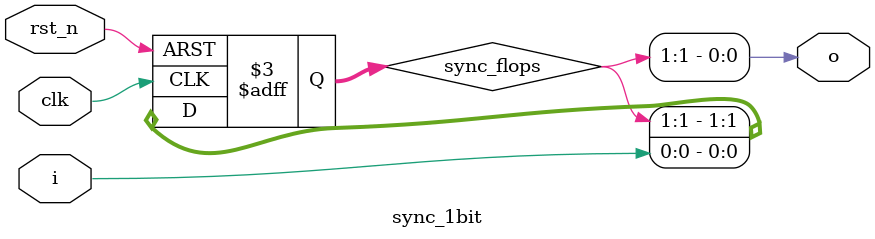
<source format=v>
/**********************************************************************
 * DO WHAT THE FUCK YOU WANT TO AND DON'T BLAME US PUBLIC LICENSE     *
 *                    Version 3, April 2008                           *
 *                                                                    *
 * Copyright (C) 2018 Luke Wren                                       *
 *                                                                    *
 * Everyone is permitted to copy and distribute verbatim or modified  *
 * copies of this license document and accompanying software, and     *
 * changing either is allowed.                                        *
 *                                                                    *
 *   TERMS AND CONDITIONS FOR COPYING, DISTRIBUTION AND MODIFICATION  *
 *                                                                    *
 * 0. You just DO WHAT THE FUCK YOU WANT TO.                          *
 * 1. We're NOT RESPONSIBLE WHEN IT DOESN'T FUCKING WORK.             *
 *                                                                    *
 *********************************************************************/

// A standard 2FF synchronizer; used to mitigate metastabilities as part
// of more-comprehensive async handshakes.
// The implementation provided here is... ok... but you should use
// this wrapper to inject your own FPGA- or library-specific cells.

 module sync_1bit #(
	parameter N_STAGES = 2 // Should be >=2
) (
	input wire clk,
	input wire rst_n,
	input wire i,
	output wire o
);

(* keep = 1'b1 *) reg [N_STAGES-1:0] sync_flops;

always @ (posedge clk or negedge rst_n)
	if (!rst_n)
		sync_flops <= {N_STAGES{1'b0}};
	else
		sync_flops <= {sync_flops[N_STAGES-1:1], i};

assign o = sync_flops[N_STAGES-1];

endmodule

</source>
